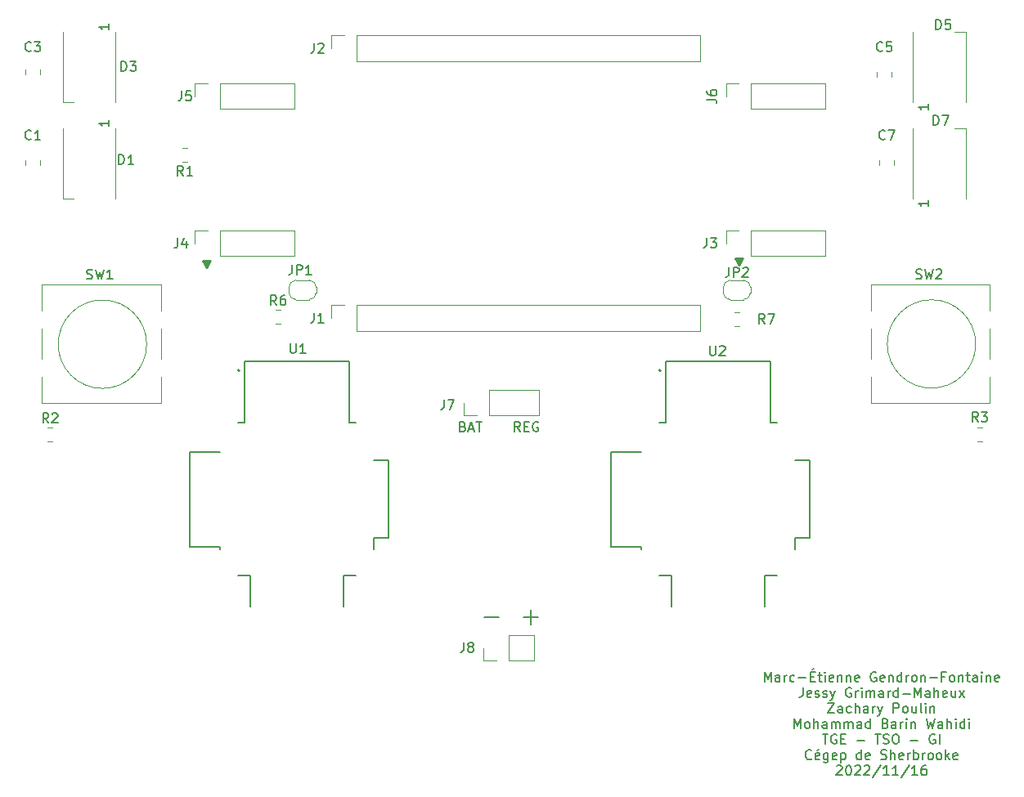
<source format=gbr>
%TF.GenerationSoftware,KiCad,Pcbnew,(6.0.1)*%
%TF.CreationDate,2022-11-16T17:15:53-05:00*%
%TF.ProjectId,Projet_Final_GI_Equipe2,50726f6a-6574-45f4-9669-6e616c5f4749,rev?*%
%TF.SameCoordinates,Original*%
%TF.FileFunction,Legend,Top*%
%TF.FilePolarity,Positive*%
%FSLAX46Y46*%
G04 Gerber Fmt 4.6, Leading zero omitted, Abs format (unit mm)*
G04 Created by KiCad (PCBNEW (6.0.1)) date 2022-11-16 17:15:53*
%MOMM*%
%LPD*%
G01*
G04 APERTURE LIST*
%ADD10C,0.150000*%
%ADD11C,0.200000*%
%ADD12C,0.120000*%
%ADD13C,0.127000*%
G04 APERTURE END LIST*
D10*
X171576952Y-79097238D02*
X171576952Y-79049619D01*
X171529333Y-79192476D02*
X171529333Y-79049619D01*
X171481714Y-79287714D02*
X171481714Y-79049619D01*
X171434095Y-79382952D02*
X171434095Y-79049619D01*
X171386476Y-79430571D02*
X171386476Y-79049619D01*
X171338857Y-79525809D02*
X171338857Y-79049619D01*
X171291238Y-79621047D02*
X171291238Y-79049619D01*
X171243619Y-79716285D02*
X171243619Y-79049619D01*
X171196000Y-79811523D02*
X171196000Y-79049619D01*
X171148380Y-79716285D02*
X171148380Y-79049619D01*
X171100761Y-79621047D02*
X171100761Y-79049619D01*
X171053142Y-79525809D02*
X171053142Y-79049619D01*
X171005523Y-79430571D02*
X171005523Y-79049619D01*
X170957904Y-79382952D02*
X170957904Y-79049619D01*
X170910285Y-79287714D02*
X170910285Y-79049619D01*
X170862666Y-79192476D02*
X170862666Y-79049619D01*
X170815047Y-79049619D02*
X171196000Y-79763904D01*
X171576952Y-79049619D01*
X170815047Y-79097238D02*
X170815047Y-79049619D01*
X171196000Y-79811523D02*
X170767428Y-79049619D01*
X171624571Y-79049619D01*
X171196000Y-79811523D01*
X116458952Y-79351238D02*
X116458952Y-79303619D01*
X116411333Y-79446476D02*
X116411333Y-79303619D01*
X116363714Y-79541714D02*
X116363714Y-79303619D01*
X116316095Y-79636952D02*
X116316095Y-79303619D01*
X116268476Y-79684571D02*
X116268476Y-79303619D01*
X116220857Y-79779809D02*
X116220857Y-79303619D01*
X116173238Y-79875047D02*
X116173238Y-79303619D01*
X116125619Y-79970285D02*
X116125619Y-79303619D01*
X116078000Y-80065523D02*
X116078000Y-79303619D01*
X116030380Y-79970285D02*
X116030380Y-79303619D01*
X115982761Y-79875047D02*
X115982761Y-79303619D01*
X115935142Y-79779809D02*
X115935142Y-79303619D01*
X115887523Y-79684571D02*
X115887523Y-79303619D01*
X115839904Y-79636952D02*
X115839904Y-79303619D01*
X115792285Y-79541714D02*
X115792285Y-79303619D01*
X115744666Y-79446476D02*
X115744666Y-79303619D01*
X115697047Y-79303619D02*
X116078000Y-80017904D01*
X116458952Y-79303619D01*
X115697047Y-79351238D02*
X115697047Y-79303619D01*
X116078000Y-80065523D02*
X115649428Y-79303619D01*
X116506571Y-79303619D01*
X116078000Y-80065523D01*
X142589714Y-96448571D02*
X142732571Y-96496190D01*
X142780190Y-96543809D01*
X142827809Y-96639047D01*
X142827809Y-96781904D01*
X142780190Y-96877142D01*
X142732571Y-96924761D01*
X142637333Y-96972380D01*
X142256380Y-96972380D01*
X142256380Y-95972380D01*
X142589714Y-95972380D01*
X142684952Y-96020000D01*
X142732571Y-96067619D01*
X142780190Y-96162857D01*
X142780190Y-96258095D01*
X142732571Y-96353333D01*
X142684952Y-96400952D01*
X142589714Y-96448571D01*
X142256380Y-96448571D01*
X143208761Y-96686666D02*
X143684952Y-96686666D01*
X143113523Y-96972380D02*
X143446857Y-95972380D01*
X143780190Y-96972380D01*
X143970666Y-95972380D02*
X144542095Y-95972380D01*
X144256380Y-96972380D02*
X144256380Y-95972380D01*
X148494476Y-96972380D02*
X148161142Y-96496190D01*
X147923047Y-96972380D02*
X147923047Y-95972380D01*
X148304000Y-95972380D01*
X148399238Y-96020000D01*
X148446857Y-96067619D01*
X148494476Y-96162857D01*
X148494476Y-96305714D01*
X148446857Y-96400952D01*
X148399238Y-96448571D01*
X148304000Y-96496190D01*
X147923047Y-96496190D01*
X148923047Y-96448571D02*
X149256380Y-96448571D01*
X149399238Y-96972380D02*
X148923047Y-96972380D01*
X148923047Y-95972380D01*
X149399238Y-95972380D01*
X150351619Y-96020000D02*
X150256380Y-95972380D01*
X150113523Y-95972380D01*
X149970666Y-96020000D01*
X149875428Y-96115238D01*
X149827809Y-96210476D01*
X149780190Y-96400952D01*
X149780190Y-96543809D01*
X149827809Y-96734285D01*
X149875428Y-96829523D01*
X149970666Y-96924761D01*
X150113523Y-96972380D01*
X150208761Y-96972380D01*
X150351619Y-96924761D01*
X150399238Y-96877142D01*
X150399238Y-96543809D01*
X150208761Y-96543809D01*
D11*
X144812095Y-116220857D02*
X146335904Y-116220857D01*
X148812095Y-116220857D02*
X150335904Y-116220857D01*
X149574000Y-116982761D02*
X149574000Y-115458952D01*
D10*
X173808952Y-122876380D02*
X173808952Y-121876380D01*
X174142285Y-122590666D01*
X174475619Y-121876380D01*
X174475619Y-122876380D01*
X175380380Y-122876380D02*
X175380380Y-122352571D01*
X175332761Y-122257333D01*
X175237523Y-122209714D01*
X175047047Y-122209714D01*
X174951809Y-122257333D01*
X175380380Y-122828761D02*
X175285142Y-122876380D01*
X175047047Y-122876380D01*
X174951809Y-122828761D01*
X174904190Y-122733523D01*
X174904190Y-122638285D01*
X174951809Y-122543047D01*
X175047047Y-122495428D01*
X175285142Y-122495428D01*
X175380380Y-122447809D01*
X175856571Y-122876380D02*
X175856571Y-122209714D01*
X175856571Y-122400190D02*
X175904190Y-122304952D01*
X175951809Y-122257333D01*
X176047047Y-122209714D01*
X176142285Y-122209714D01*
X176904190Y-122828761D02*
X176808952Y-122876380D01*
X176618476Y-122876380D01*
X176523238Y-122828761D01*
X176475619Y-122781142D01*
X176428000Y-122685904D01*
X176428000Y-122400190D01*
X176475619Y-122304952D01*
X176523238Y-122257333D01*
X176618476Y-122209714D01*
X176808952Y-122209714D01*
X176904190Y-122257333D01*
X177332761Y-122495428D02*
X178094666Y-122495428D01*
X178570857Y-122352571D02*
X178904190Y-122352571D01*
X179047047Y-122876380D02*
X178570857Y-122876380D01*
X178570857Y-121876380D01*
X179047047Y-121876380D01*
X178904190Y-121495428D02*
X178761333Y-121638285D01*
X179332761Y-122209714D02*
X179713714Y-122209714D01*
X179475619Y-121876380D02*
X179475619Y-122733523D01*
X179523238Y-122828761D01*
X179618476Y-122876380D01*
X179713714Y-122876380D01*
X180047047Y-122876380D02*
X180047047Y-122209714D01*
X180047047Y-121876380D02*
X179999428Y-121924000D01*
X180047047Y-121971619D01*
X180094666Y-121924000D01*
X180047047Y-121876380D01*
X180047047Y-121971619D01*
X180904190Y-122828761D02*
X180808952Y-122876380D01*
X180618476Y-122876380D01*
X180523238Y-122828761D01*
X180475619Y-122733523D01*
X180475619Y-122352571D01*
X180523238Y-122257333D01*
X180618476Y-122209714D01*
X180808952Y-122209714D01*
X180904190Y-122257333D01*
X180951809Y-122352571D01*
X180951809Y-122447809D01*
X180475619Y-122543047D01*
X181380380Y-122209714D02*
X181380380Y-122876380D01*
X181380380Y-122304952D02*
X181428000Y-122257333D01*
X181523238Y-122209714D01*
X181666095Y-122209714D01*
X181761333Y-122257333D01*
X181808952Y-122352571D01*
X181808952Y-122876380D01*
X182285142Y-122209714D02*
X182285142Y-122876380D01*
X182285142Y-122304952D02*
X182332761Y-122257333D01*
X182428000Y-122209714D01*
X182570857Y-122209714D01*
X182666095Y-122257333D01*
X182713714Y-122352571D01*
X182713714Y-122876380D01*
X183570857Y-122828761D02*
X183475619Y-122876380D01*
X183285142Y-122876380D01*
X183189904Y-122828761D01*
X183142285Y-122733523D01*
X183142285Y-122352571D01*
X183189904Y-122257333D01*
X183285142Y-122209714D01*
X183475619Y-122209714D01*
X183570857Y-122257333D01*
X183618476Y-122352571D01*
X183618476Y-122447809D01*
X183142285Y-122543047D01*
X185332761Y-121924000D02*
X185237523Y-121876380D01*
X185094666Y-121876380D01*
X184951809Y-121924000D01*
X184856571Y-122019238D01*
X184808952Y-122114476D01*
X184761333Y-122304952D01*
X184761333Y-122447809D01*
X184808952Y-122638285D01*
X184856571Y-122733523D01*
X184951809Y-122828761D01*
X185094666Y-122876380D01*
X185189904Y-122876380D01*
X185332761Y-122828761D01*
X185380380Y-122781142D01*
X185380380Y-122447809D01*
X185189904Y-122447809D01*
X186189904Y-122828761D02*
X186094666Y-122876380D01*
X185904190Y-122876380D01*
X185808952Y-122828761D01*
X185761333Y-122733523D01*
X185761333Y-122352571D01*
X185808952Y-122257333D01*
X185904190Y-122209714D01*
X186094666Y-122209714D01*
X186189904Y-122257333D01*
X186237523Y-122352571D01*
X186237523Y-122447809D01*
X185761333Y-122543047D01*
X186666095Y-122209714D02*
X186666095Y-122876380D01*
X186666095Y-122304952D02*
X186713714Y-122257333D01*
X186808952Y-122209714D01*
X186951809Y-122209714D01*
X187047047Y-122257333D01*
X187094666Y-122352571D01*
X187094666Y-122876380D01*
X187999428Y-122876380D02*
X187999428Y-121876380D01*
X187999428Y-122828761D02*
X187904190Y-122876380D01*
X187713714Y-122876380D01*
X187618476Y-122828761D01*
X187570857Y-122781142D01*
X187523238Y-122685904D01*
X187523238Y-122400190D01*
X187570857Y-122304952D01*
X187618476Y-122257333D01*
X187713714Y-122209714D01*
X187904190Y-122209714D01*
X187999428Y-122257333D01*
X188475619Y-122876380D02*
X188475619Y-122209714D01*
X188475619Y-122400190D02*
X188523238Y-122304952D01*
X188570857Y-122257333D01*
X188666095Y-122209714D01*
X188761333Y-122209714D01*
X189237523Y-122876380D02*
X189142285Y-122828761D01*
X189094666Y-122781142D01*
X189047047Y-122685904D01*
X189047047Y-122400190D01*
X189094666Y-122304952D01*
X189142285Y-122257333D01*
X189237523Y-122209714D01*
X189380380Y-122209714D01*
X189475619Y-122257333D01*
X189523238Y-122304952D01*
X189570857Y-122400190D01*
X189570857Y-122685904D01*
X189523238Y-122781142D01*
X189475619Y-122828761D01*
X189380380Y-122876380D01*
X189237523Y-122876380D01*
X189999428Y-122209714D02*
X189999428Y-122876380D01*
X189999428Y-122304952D02*
X190047047Y-122257333D01*
X190142285Y-122209714D01*
X190285142Y-122209714D01*
X190380380Y-122257333D01*
X190428000Y-122352571D01*
X190428000Y-122876380D01*
X190904190Y-122495428D02*
X191666095Y-122495428D01*
X192475619Y-122352571D02*
X192142285Y-122352571D01*
X192142285Y-122876380D02*
X192142285Y-121876380D01*
X192618476Y-121876380D01*
X193142285Y-122876380D02*
X193047047Y-122828761D01*
X192999428Y-122781142D01*
X192951809Y-122685904D01*
X192951809Y-122400190D01*
X192999428Y-122304952D01*
X193047047Y-122257333D01*
X193142285Y-122209714D01*
X193285142Y-122209714D01*
X193380380Y-122257333D01*
X193428000Y-122304952D01*
X193475619Y-122400190D01*
X193475619Y-122685904D01*
X193428000Y-122781142D01*
X193380380Y-122828761D01*
X193285142Y-122876380D01*
X193142285Y-122876380D01*
X193904190Y-122209714D02*
X193904190Y-122876380D01*
X193904190Y-122304952D02*
X193951809Y-122257333D01*
X194047047Y-122209714D01*
X194189904Y-122209714D01*
X194285142Y-122257333D01*
X194332761Y-122352571D01*
X194332761Y-122876380D01*
X194666095Y-122209714D02*
X195047047Y-122209714D01*
X194808952Y-121876380D02*
X194808952Y-122733523D01*
X194856571Y-122828761D01*
X194951809Y-122876380D01*
X195047047Y-122876380D01*
X195808952Y-122876380D02*
X195808952Y-122352571D01*
X195761333Y-122257333D01*
X195666095Y-122209714D01*
X195475619Y-122209714D01*
X195380380Y-122257333D01*
X195808952Y-122828761D02*
X195713714Y-122876380D01*
X195475619Y-122876380D01*
X195380380Y-122828761D01*
X195332761Y-122733523D01*
X195332761Y-122638285D01*
X195380380Y-122543047D01*
X195475619Y-122495428D01*
X195713714Y-122495428D01*
X195808952Y-122447809D01*
X196285142Y-122876380D02*
X196285142Y-122209714D01*
X196285142Y-121876380D02*
X196237523Y-121924000D01*
X196285142Y-121971619D01*
X196332761Y-121924000D01*
X196285142Y-121876380D01*
X196285142Y-121971619D01*
X196761333Y-122209714D02*
X196761333Y-122876380D01*
X196761333Y-122304952D02*
X196808952Y-122257333D01*
X196904190Y-122209714D01*
X197047047Y-122209714D01*
X197142285Y-122257333D01*
X197189904Y-122352571D01*
X197189904Y-122876380D01*
X198047047Y-122828761D02*
X197951809Y-122876380D01*
X197761333Y-122876380D01*
X197666095Y-122828761D01*
X197618476Y-122733523D01*
X197618476Y-122352571D01*
X197666095Y-122257333D01*
X197761333Y-122209714D01*
X197951809Y-122209714D01*
X198047047Y-122257333D01*
X198094666Y-122352571D01*
X198094666Y-122447809D01*
X197618476Y-122543047D01*
X177761333Y-123486380D02*
X177761333Y-124200666D01*
X177713714Y-124343523D01*
X177618476Y-124438761D01*
X177475619Y-124486380D01*
X177380380Y-124486380D01*
X178618476Y-124438761D02*
X178523238Y-124486380D01*
X178332761Y-124486380D01*
X178237523Y-124438761D01*
X178189904Y-124343523D01*
X178189904Y-123962571D01*
X178237523Y-123867333D01*
X178332761Y-123819714D01*
X178523238Y-123819714D01*
X178618476Y-123867333D01*
X178666095Y-123962571D01*
X178666095Y-124057809D01*
X178189904Y-124153047D01*
X179047047Y-124438761D02*
X179142285Y-124486380D01*
X179332761Y-124486380D01*
X179428000Y-124438761D01*
X179475619Y-124343523D01*
X179475619Y-124295904D01*
X179428000Y-124200666D01*
X179332761Y-124153047D01*
X179189904Y-124153047D01*
X179094666Y-124105428D01*
X179047047Y-124010190D01*
X179047047Y-123962571D01*
X179094666Y-123867333D01*
X179189904Y-123819714D01*
X179332761Y-123819714D01*
X179428000Y-123867333D01*
X179856571Y-124438761D02*
X179951809Y-124486380D01*
X180142285Y-124486380D01*
X180237523Y-124438761D01*
X180285142Y-124343523D01*
X180285142Y-124295904D01*
X180237523Y-124200666D01*
X180142285Y-124153047D01*
X179999428Y-124153047D01*
X179904190Y-124105428D01*
X179856571Y-124010190D01*
X179856571Y-123962571D01*
X179904190Y-123867333D01*
X179999428Y-123819714D01*
X180142285Y-123819714D01*
X180237523Y-123867333D01*
X180618476Y-123819714D02*
X180856571Y-124486380D01*
X181094666Y-123819714D02*
X180856571Y-124486380D01*
X180761333Y-124724476D01*
X180713714Y-124772095D01*
X180618476Y-124819714D01*
X182761333Y-123534000D02*
X182666095Y-123486380D01*
X182523238Y-123486380D01*
X182380380Y-123534000D01*
X182285142Y-123629238D01*
X182237523Y-123724476D01*
X182189904Y-123914952D01*
X182189904Y-124057809D01*
X182237523Y-124248285D01*
X182285142Y-124343523D01*
X182380380Y-124438761D01*
X182523238Y-124486380D01*
X182618476Y-124486380D01*
X182761333Y-124438761D01*
X182808952Y-124391142D01*
X182808952Y-124057809D01*
X182618476Y-124057809D01*
X183237523Y-124486380D02*
X183237523Y-123819714D01*
X183237523Y-124010190D02*
X183285142Y-123914952D01*
X183332761Y-123867333D01*
X183428000Y-123819714D01*
X183523238Y-123819714D01*
X183856571Y-124486380D02*
X183856571Y-123819714D01*
X183856571Y-123486380D02*
X183808952Y-123534000D01*
X183856571Y-123581619D01*
X183904190Y-123534000D01*
X183856571Y-123486380D01*
X183856571Y-123581619D01*
X184332761Y-124486380D02*
X184332761Y-123819714D01*
X184332761Y-123914952D02*
X184380380Y-123867333D01*
X184475619Y-123819714D01*
X184618476Y-123819714D01*
X184713714Y-123867333D01*
X184761333Y-123962571D01*
X184761333Y-124486380D01*
X184761333Y-123962571D02*
X184808952Y-123867333D01*
X184904190Y-123819714D01*
X185047047Y-123819714D01*
X185142285Y-123867333D01*
X185189904Y-123962571D01*
X185189904Y-124486380D01*
X186094666Y-124486380D02*
X186094666Y-123962571D01*
X186047047Y-123867333D01*
X185951809Y-123819714D01*
X185761333Y-123819714D01*
X185666095Y-123867333D01*
X186094666Y-124438761D02*
X185999428Y-124486380D01*
X185761333Y-124486380D01*
X185666095Y-124438761D01*
X185618476Y-124343523D01*
X185618476Y-124248285D01*
X185666095Y-124153047D01*
X185761333Y-124105428D01*
X185999428Y-124105428D01*
X186094666Y-124057809D01*
X186570857Y-124486380D02*
X186570857Y-123819714D01*
X186570857Y-124010190D02*
X186618476Y-123914952D01*
X186666095Y-123867333D01*
X186761333Y-123819714D01*
X186856571Y-123819714D01*
X187618476Y-124486380D02*
X187618476Y-123486380D01*
X187618476Y-124438761D02*
X187523238Y-124486380D01*
X187332761Y-124486380D01*
X187237523Y-124438761D01*
X187189904Y-124391142D01*
X187142285Y-124295904D01*
X187142285Y-124010190D01*
X187189904Y-123914952D01*
X187237523Y-123867333D01*
X187332761Y-123819714D01*
X187523238Y-123819714D01*
X187618476Y-123867333D01*
X188094666Y-124105428D02*
X188856571Y-124105428D01*
X189332761Y-124486380D02*
X189332761Y-123486380D01*
X189666095Y-124200666D01*
X189999428Y-123486380D01*
X189999428Y-124486380D01*
X190904190Y-124486380D02*
X190904190Y-123962571D01*
X190856571Y-123867333D01*
X190761333Y-123819714D01*
X190570857Y-123819714D01*
X190475619Y-123867333D01*
X190904190Y-124438761D02*
X190808952Y-124486380D01*
X190570857Y-124486380D01*
X190475619Y-124438761D01*
X190428000Y-124343523D01*
X190428000Y-124248285D01*
X190475619Y-124153047D01*
X190570857Y-124105428D01*
X190808952Y-124105428D01*
X190904190Y-124057809D01*
X191380380Y-124486380D02*
X191380380Y-123486380D01*
X191808952Y-124486380D02*
X191808952Y-123962571D01*
X191761333Y-123867333D01*
X191666095Y-123819714D01*
X191523238Y-123819714D01*
X191428000Y-123867333D01*
X191380380Y-123914952D01*
X192666095Y-124438761D02*
X192570857Y-124486380D01*
X192380380Y-124486380D01*
X192285142Y-124438761D01*
X192237523Y-124343523D01*
X192237523Y-123962571D01*
X192285142Y-123867333D01*
X192380380Y-123819714D01*
X192570857Y-123819714D01*
X192666095Y-123867333D01*
X192713714Y-123962571D01*
X192713714Y-124057809D01*
X192237523Y-124153047D01*
X193570857Y-123819714D02*
X193570857Y-124486380D01*
X193142285Y-123819714D02*
X193142285Y-124343523D01*
X193189904Y-124438761D01*
X193285142Y-124486380D01*
X193428000Y-124486380D01*
X193523238Y-124438761D01*
X193570857Y-124391142D01*
X193951809Y-124486380D02*
X194475619Y-123819714D01*
X193951809Y-123819714D02*
X194475619Y-124486380D01*
X180380380Y-125096380D02*
X181047047Y-125096380D01*
X180380380Y-126096380D01*
X181047047Y-126096380D01*
X181856571Y-126096380D02*
X181856571Y-125572571D01*
X181808952Y-125477333D01*
X181713714Y-125429714D01*
X181523238Y-125429714D01*
X181428000Y-125477333D01*
X181856571Y-126048761D02*
X181761333Y-126096380D01*
X181523238Y-126096380D01*
X181428000Y-126048761D01*
X181380380Y-125953523D01*
X181380380Y-125858285D01*
X181428000Y-125763047D01*
X181523238Y-125715428D01*
X181761333Y-125715428D01*
X181856571Y-125667809D01*
X182761333Y-126048761D02*
X182666095Y-126096380D01*
X182475619Y-126096380D01*
X182380380Y-126048761D01*
X182332761Y-126001142D01*
X182285142Y-125905904D01*
X182285142Y-125620190D01*
X182332761Y-125524952D01*
X182380380Y-125477333D01*
X182475619Y-125429714D01*
X182666095Y-125429714D01*
X182761333Y-125477333D01*
X183189904Y-126096380D02*
X183189904Y-125096380D01*
X183618476Y-126096380D02*
X183618476Y-125572571D01*
X183570857Y-125477333D01*
X183475619Y-125429714D01*
X183332761Y-125429714D01*
X183237523Y-125477333D01*
X183189904Y-125524952D01*
X184523238Y-126096380D02*
X184523238Y-125572571D01*
X184475619Y-125477333D01*
X184380380Y-125429714D01*
X184189904Y-125429714D01*
X184094666Y-125477333D01*
X184523238Y-126048761D02*
X184428000Y-126096380D01*
X184189904Y-126096380D01*
X184094666Y-126048761D01*
X184047047Y-125953523D01*
X184047047Y-125858285D01*
X184094666Y-125763047D01*
X184189904Y-125715428D01*
X184428000Y-125715428D01*
X184523238Y-125667809D01*
X184999428Y-126096380D02*
X184999428Y-125429714D01*
X184999428Y-125620190D02*
X185047047Y-125524952D01*
X185094666Y-125477333D01*
X185189904Y-125429714D01*
X185285142Y-125429714D01*
X185523238Y-125429714D02*
X185761333Y-126096380D01*
X185999428Y-125429714D02*
X185761333Y-126096380D01*
X185666095Y-126334476D01*
X185618476Y-126382095D01*
X185523238Y-126429714D01*
X187142285Y-126096380D02*
X187142285Y-125096380D01*
X187523238Y-125096380D01*
X187618476Y-125144000D01*
X187666095Y-125191619D01*
X187713714Y-125286857D01*
X187713714Y-125429714D01*
X187666095Y-125524952D01*
X187618476Y-125572571D01*
X187523238Y-125620190D01*
X187142285Y-125620190D01*
X188285142Y-126096380D02*
X188189904Y-126048761D01*
X188142285Y-126001142D01*
X188094666Y-125905904D01*
X188094666Y-125620190D01*
X188142285Y-125524952D01*
X188189904Y-125477333D01*
X188285142Y-125429714D01*
X188428000Y-125429714D01*
X188523238Y-125477333D01*
X188570857Y-125524952D01*
X188618476Y-125620190D01*
X188618476Y-125905904D01*
X188570857Y-126001142D01*
X188523238Y-126048761D01*
X188428000Y-126096380D01*
X188285142Y-126096380D01*
X189475619Y-125429714D02*
X189475619Y-126096380D01*
X189047047Y-125429714D02*
X189047047Y-125953523D01*
X189094666Y-126048761D01*
X189189904Y-126096380D01*
X189332761Y-126096380D01*
X189428000Y-126048761D01*
X189475619Y-126001142D01*
X190094666Y-126096380D02*
X189999428Y-126048761D01*
X189951809Y-125953523D01*
X189951809Y-125096380D01*
X190475619Y-126096380D02*
X190475619Y-125429714D01*
X190475619Y-125096380D02*
X190428000Y-125144000D01*
X190475619Y-125191619D01*
X190523238Y-125144000D01*
X190475619Y-125096380D01*
X190475619Y-125191619D01*
X190951809Y-125429714D02*
X190951809Y-126096380D01*
X190951809Y-125524952D02*
X190999428Y-125477333D01*
X191094666Y-125429714D01*
X191237523Y-125429714D01*
X191332761Y-125477333D01*
X191380380Y-125572571D01*
X191380380Y-126096380D01*
X176880380Y-127706380D02*
X176880380Y-126706380D01*
X177213714Y-127420666D01*
X177547047Y-126706380D01*
X177547047Y-127706380D01*
X178166095Y-127706380D02*
X178070857Y-127658761D01*
X178023238Y-127611142D01*
X177975619Y-127515904D01*
X177975619Y-127230190D01*
X178023238Y-127134952D01*
X178070857Y-127087333D01*
X178166095Y-127039714D01*
X178308952Y-127039714D01*
X178404190Y-127087333D01*
X178451809Y-127134952D01*
X178499428Y-127230190D01*
X178499428Y-127515904D01*
X178451809Y-127611142D01*
X178404190Y-127658761D01*
X178308952Y-127706380D01*
X178166095Y-127706380D01*
X178928000Y-127706380D02*
X178928000Y-126706380D01*
X179356571Y-127706380D02*
X179356571Y-127182571D01*
X179308952Y-127087333D01*
X179213714Y-127039714D01*
X179070857Y-127039714D01*
X178975619Y-127087333D01*
X178928000Y-127134952D01*
X180261333Y-127706380D02*
X180261333Y-127182571D01*
X180213714Y-127087333D01*
X180118476Y-127039714D01*
X179928000Y-127039714D01*
X179832761Y-127087333D01*
X180261333Y-127658761D02*
X180166095Y-127706380D01*
X179928000Y-127706380D01*
X179832761Y-127658761D01*
X179785142Y-127563523D01*
X179785142Y-127468285D01*
X179832761Y-127373047D01*
X179928000Y-127325428D01*
X180166095Y-127325428D01*
X180261333Y-127277809D01*
X180737523Y-127706380D02*
X180737523Y-127039714D01*
X180737523Y-127134952D02*
X180785142Y-127087333D01*
X180880380Y-127039714D01*
X181023238Y-127039714D01*
X181118476Y-127087333D01*
X181166095Y-127182571D01*
X181166095Y-127706380D01*
X181166095Y-127182571D02*
X181213714Y-127087333D01*
X181308952Y-127039714D01*
X181451809Y-127039714D01*
X181547047Y-127087333D01*
X181594666Y-127182571D01*
X181594666Y-127706380D01*
X182070857Y-127706380D02*
X182070857Y-127039714D01*
X182070857Y-127134952D02*
X182118476Y-127087333D01*
X182213714Y-127039714D01*
X182356571Y-127039714D01*
X182451809Y-127087333D01*
X182499428Y-127182571D01*
X182499428Y-127706380D01*
X182499428Y-127182571D02*
X182547047Y-127087333D01*
X182642285Y-127039714D01*
X182785142Y-127039714D01*
X182880380Y-127087333D01*
X182928000Y-127182571D01*
X182928000Y-127706380D01*
X183832761Y-127706380D02*
X183832761Y-127182571D01*
X183785142Y-127087333D01*
X183689904Y-127039714D01*
X183499428Y-127039714D01*
X183404190Y-127087333D01*
X183832761Y-127658761D02*
X183737523Y-127706380D01*
X183499428Y-127706380D01*
X183404190Y-127658761D01*
X183356571Y-127563523D01*
X183356571Y-127468285D01*
X183404190Y-127373047D01*
X183499428Y-127325428D01*
X183737523Y-127325428D01*
X183832761Y-127277809D01*
X184737523Y-127706380D02*
X184737523Y-126706380D01*
X184737523Y-127658761D02*
X184642285Y-127706380D01*
X184451809Y-127706380D01*
X184356571Y-127658761D01*
X184308952Y-127611142D01*
X184261333Y-127515904D01*
X184261333Y-127230190D01*
X184308952Y-127134952D01*
X184356571Y-127087333D01*
X184451809Y-127039714D01*
X184642285Y-127039714D01*
X184737523Y-127087333D01*
X186308952Y-127182571D02*
X186451809Y-127230190D01*
X186499428Y-127277809D01*
X186547047Y-127373047D01*
X186547047Y-127515904D01*
X186499428Y-127611142D01*
X186451809Y-127658761D01*
X186356571Y-127706380D01*
X185975619Y-127706380D01*
X185975619Y-126706380D01*
X186308952Y-126706380D01*
X186404190Y-126754000D01*
X186451809Y-126801619D01*
X186499428Y-126896857D01*
X186499428Y-126992095D01*
X186451809Y-127087333D01*
X186404190Y-127134952D01*
X186308952Y-127182571D01*
X185975619Y-127182571D01*
X187404190Y-127706380D02*
X187404190Y-127182571D01*
X187356571Y-127087333D01*
X187261333Y-127039714D01*
X187070857Y-127039714D01*
X186975619Y-127087333D01*
X187404190Y-127658761D02*
X187308952Y-127706380D01*
X187070857Y-127706380D01*
X186975619Y-127658761D01*
X186928000Y-127563523D01*
X186928000Y-127468285D01*
X186975619Y-127373047D01*
X187070857Y-127325428D01*
X187308952Y-127325428D01*
X187404190Y-127277809D01*
X187880380Y-127706380D02*
X187880380Y-127039714D01*
X187880380Y-127230190D02*
X187928000Y-127134952D01*
X187975619Y-127087333D01*
X188070857Y-127039714D01*
X188166095Y-127039714D01*
X188499428Y-127706380D02*
X188499428Y-127039714D01*
X188499428Y-126706380D02*
X188451809Y-126754000D01*
X188499428Y-126801619D01*
X188547047Y-126754000D01*
X188499428Y-126706380D01*
X188499428Y-126801619D01*
X188975619Y-127039714D02*
X188975619Y-127706380D01*
X188975619Y-127134952D02*
X189023238Y-127087333D01*
X189118476Y-127039714D01*
X189261333Y-127039714D01*
X189356571Y-127087333D01*
X189404190Y-127182571D01*
X189404190Y-127706380D01*
X190547047Y-126706380D02*
X190785142Y-127706380D01*
X190975619Y-126992095D01*
X191166095Y-127706380D01*
X191404190Y-126706380D01*
X192213714Y-127706380D02*
X192213714Y-127182571D01*
X192166095Y-127087333D01*
X192070857Y-127039714D01*
X191880380Y-127039714D01*
X191785142Y-127087333D01*
X192213714Y-127658761D02*
X192118476Y-127706380D01*
X191880380Y-127706380D01*
X191785142Y-127658761D01*
X191737523Y-127563523D01*
X191737523Y-127468285D01*
X191785142Y-127373047D01*
X191880380Y-127325428D01*
X192118476Y-127325428D01*
X192213714Y-127277809D01*
X192689904Y-127706380D02*
X192689904Y-126706380D01*
X193118476Y-127706380D02*
X193118476Y-127182571D01*
X193070857Y-127087333D01*
X192975619Y-127039714D01*
X192832761Y-127039714D01*
X192737523Y-127087333D01*
X192689904Y-127134952D01*
X193594666Y-127706380D02*
X193594666Y-127039714D01*
X193594666Y-126706380D02*
X193547047Y-126754000D01*
X193594666Y-126801619D01*
X193642285Y-126754000D01*
X193594666Y-126706380D01*
X193594666Y-126801619D01*
X194499428Y-127706380D02*
X194499428Y-126706380D01*
X194499428Y-127658761D02*
X194404190Y-127706380D01*
X194213714Y-127706380D01*
X194118476Y-127658761D01*
X194070857Y-127611142D01*
X194023238Y-127515904D01*
X194023238Y-127230190D01*
X194070857Y-127134952D01*
X194118476Y-127087333D01*
X194213714Y-127039714D01*
X194404190Y-127039714D01*
X194499428Y-127087333D01*
X194975619Y-127706380D02*
X194975619Y-127039714D01*
X194975619Y-126706380D02*
X194928000Y-126754000D01*
X194975619Y-126801619D01*
X195023238Y-126754000D01*
X194975619Y-126706380D01*
X194975619Y-126801619D01*
X179808952Y-128316380D02*
X180380380Y-128316380D01*
X180094666Y-129316380D02*
X180094666Y-128316380D01*
X181237523Y-128364000D02*
X181142285Y-128316380D01*
X180999428Y-128316380D01*
X180856571Y-128364000D01*
X180761333Y-128459238D01*
X180713714Y-128554476D01*
X180666095Y-128744952D01*
X180666095Y-128887809D01*
X180713714Y-129078285D01*
X180761333Y-129173523D01*
X180856571Y-129268761D01*
X180999428Y-129316380D01*
X181094666Y-129316380D01*
X181237523Y-129268761D01*
X181285142Y-129221142D01*
X181285142Y-128887809D01*
X181094666Y-128887809D01*
X181713714Y-128792571D02*
X182047047Y-128792571D01*
X182189904Y-129316380D02*
X181713714Y-129316380D01*
X181713714Y-128316380D01*
X182189904Y-128316380D01*
X183380380Y-128935428D02*
X184142285Y-128935428D01*
X185237523Y-128316380D02*
X185808952Y-128316380D01*
X185523238Y-129316380D02*
X185523238Y-128316380D01*
X186094666Y-129268761D02*
X186237523Y-129316380D01*
X186475619Y-129316380D01*
X186570857Y-129268761D01*
X186618476Y-129221142D01*
X186666095Y-129125904D01*
X186666095Y-129030666D01*
X186618476Y-128935428D01*
X186570857Y-128887809D01*
X186475619Y-128840190D01*
X186285142Y-128792571D01*
X186189904Y-128744952D01*
X186142285Y-128697333D01*
X186094666Y-128602095D01*
X186094666Y-128506857D01*
X186142285Y-128411619D01*
X186189904Y-128364000D01*
X186285142Y-128316380D01*
X186523238Y-128316380D01*
X186666095Y-128364000D01*
X187285142Y-128316380D02*
X187475619Y-128316380D01*
X187570857Y-128364000D01*
X187666095Y-128459238D01*
X187713714Y-128649714D01*
X187713714Y-128983047D01*
X187666095Y-129173523D01*
X187570857Y-129268761D01*
X187475619Y-129316380D01*
X187285142Y-129316380D01*
X187189904Y-129268761D01*
X187094666Y-129173523D01*
X187047047Y-128983047D01*
X187047047Y-128649714D01*
X187094666Y-128459238D01*
X187189904Y-128364000D01*
X187285142Y-128316380D01*
X188904190Y-128935428D02*
X189666095Y-128935428D01*
X191428000Y-128364000D02*
X191332761Y-128316380D01*
X191189904Y-128316380D01*
X191047047Y-128364000D01*
X190951809Y-128459238D01*
X190904190Y-128554476D01*
X190856571Y-128744952D01*
X190856571Y-128887809D01*
X190904190Y-129078285D01*
X190951809Y-129173523D01*
X191047047Y-129268761D01*
X191189904Y-129316380D01*
X191285142Y-129316380D01*
X191428000Y-129268761D01*
X191475619Y-129221142D01*
X191475619Y-128887809D01*
X191285142Y-128887809D01*
X191904190Y-129316380D02*
X191904190Y-128316380D01*
X178666095Y-130831142D02*
X178618476Y-130878761D01*
X178475619Y-130926380D01*
X178380380Y-130926380D01*
X178237523Y-130878761D01*
X178142285Y-130783523D01*
X178094666Y-130688285D01*
X178047047Y-130497809D01*
X178047047Y-130354952D01*
X178094666Y-130164476D01*
X178142285Y-130069238D01*
X178237523Y-129974000D01*
X178380380Y-129926380D01*
X178475619Y-129926380D01*
X178618476Y-129974000D01*
X178666095Y-130021619D01*
X179475619Y-130878761D02*
X179380380Y-130926380D01*
X179189904Y-130926380D01*
X179094666Y-130878761D01*
X179047047Y-130783523D01*
X179047047Y-130402571D01*
X179094666Y-130307333D01*
X179189904Y-130259714D01*
X179380380Y-130259714D01*
X179475619Y-130307333D01*
X179523238Y-130402571D01*
X179523238Y-130497809D01*
X179047047Y-130593047D01*
X179380380Y-129878761D02*
X179237523Y-130021619D01*
X180380380Y-130259714D02*
X180380380Y-131069238D01*
X180332761Y-131164476D01*
X180285142Y-131212095D01*
X180189904Y-131259714D01*
X180047047Y-131259714D01*
X179951809Y-131212095D01*
X180380380Y-130878761D02*
X180285142Y-130926380D01*
X180094666Y-130926380D01*
X179999428Y-130878761D01*
X179951809Y-130831142D01*
X179904190Y-130735904D01*
X179904190Y-130450190D01*
X179951809Y-130354952D01*
X179999428Y-130307333D01*
X180094666Y-130259714D01*
X180285142Y-130259714D01*
X180380380Y-130307333D01*
X181237523Y-130878761D02*
X181142285Y-130926380D01*
X180951809Y-130926380D01*
X180856571Y-130878761D01*
X180808952Y-130783523D01*
X180808952Y-130402571D01*
X180856571Y-130307333D01*
X180951809Y-130259714D01*
X181142285Y-130259714D01*
X181237523Y-130307333D01*
X181285142Y-130402571D01*
X181285142Y-130497809D01*
X180808952Y-130593047D01*
X181713714Y-130259714D02*
X181713714Y-131259714D01*
X181713714Y-130307333D02*
X181808952Y-130259714D01*
X181999428Y-130259714D01*
X182094666Y-130307333D01*
X182142285Y-130354952D01*
X182189904Y-130450190D01*
X182189904Y-130735904D01*
X182142285Y-130831142D01*
X182094666Y-130878761D01*
X181999428Y-130926380D01*
X181808952Y-130926380D01*
X181713714Y-130878761D01*
X183808952Y-130926380D02*
X183808952Y-129926380D01*
X183808952Y-130878761D02*
X183713714Y-130926380D01*
X183523238Y-130926380D01*
X183428000Y-130878761D01*
X183380380Y-130831142D01*
X183332761Y-130735904D01*
X183332761Y-130450190D01*
X183380380Y-130354952D01*
X183428000Y-130307333D01*
X183523238Y-130259714D01*
X183713714Y-130259714D01*
X183808952Y-130307333D01*
X184666095Y-130878761D02*
X184570857Y-130926380D01*
X184380380Y-130926380D01*
X184285142Y-130878761D01*
X184237523Y-130783523D01*
X184237523Y-130402571D01*
X184285142Y-130307333D01*
X184380380Y-130259714D01*
X184570857Y-130259714D01*
X184666095Y-130307333D01*
X184713714Y-130402571D01*
X184713714Y-130497809D01*
X184237523Y-130593047D01*
X185856571Y-130878761D02*
X185999428Y-130926380D01*
X186237523Y-130926380D01*
X186332761Y-130878761D01*
X186380380Y-130831142D01*
X186428000Y-130735904D01*
X186428000Y-130640666D01*
X186380380Y-130545428D01*
X186332761Y-130497809D01*
X186237523Y-130450190D01*
X186047047Y-130402571D01*
X185951809Y-130354952D01*
X185904190Y-130307333D01*
X185856571Y-130212095D01*
X185856571Y-130116857D01*
X185904190Y-130021619D01*
X185951809Y-129974000D01*
X186047047Y-129926380D01*
X186285142Y-129926380D01*
X186428000Y-129974000D01*
X186856571Y-130926380D02*
X186856571Y-129926380D01*
X187285142Y-130926380D02*
X187285142Y-130402571D01*
X187237523Y-130307333D01*
X187142285Y-130259714D01*
X186999428Y-130259714D01*
X186904190Y-130307333D01*
X186856571Y-130354952D01*
X188142285Y-130878761D02*
X188047047Y-130926380D01*
X187856571Y-130926380D01*
X187761333Y-130878761D01*
X187713714Y-130783523D01*
X187713714Y-130402571D01*
X187761333Y-130307333D01*
X187856571Y-130259714D01*
X188047047Y-130259714D01*
X188142285Y-130307333D01*
X188189904Y-130402571D01*
X188189904Y-130497809D01*
X187713714Y-130593047D01*
X188618476Y-130926380D02*
X188618476Y-130259714D01*
X188618476Y-130450190D02*
X188666095Y-130354952D01*
X188713714Y-130307333D01*
X188808952Y-130259714D01*
X188904190Y-130259714D01*
X189237523Y-130926380D02*
X189237523Y-129926380D01*
X189237523Y-130307333D02*
X189332761Y-130259714D01*
X189523238Y-130259714D01*
X189618476Y-130307333D01*
X189666095Y-130354952D01*
X189713714Y-130450190D01*
X189713714Y-130735904D01*
X189666095Y-130831142D01*
X189618476Y-130878761D01*
X189523238Y-130926380D01*
X189332761Y-130926380D01*
X189237523Y-130878761D01*
X190142285Y-130926380D02*
X190142285Y-130259714D01*
X190142285Y-130450190D02*
X190189904Y-130354952D01*
X190237523Y-130307333D01*
X190332761Y-130259714D01*
X190428000Y-130259714D01*
X190904190Y-130926380D02*
X190808952Y-130878761D01*
X190761333Y-130831142D01*
X190713714Y-130735904D01*
X190713714Y-130450190D01*
X190761333Y-130354952D01*
X190808952Y-130307333D01*
X190904190Y-130259714D01*
X191047047Y-130259714D01*
X191142285Y-130307333D01*
X191189904Y-130354952D01*
X191237523Y-130450190D01*
X191237523Y-130735904D01*
X191189904Y-130831142D01*
X191142285Y-130878761D01*
X191047047Y-130926380D01*
X190904190Y-130926380D01*
X191808952Y-130926380D02*
X191713714Y-130878761D01*
X191666095Y-130831142D01*
X191618476Y-130735904D01*
X191618476Y-130450190D01*
X191666095Y-130354952D01*
X191713714Y-130307333D01*
X191808952Y-130259714D01*
X191951809Y-130259714D01*
X192047047Y-130307333D01*
X192094666Y-130354952D01*
X192142285Y-130450190D01*
X192142285Y-130735904D01*
X192094666Y-130831142D01*
X192047047Y-130878761D01*
X191951809Y-130926380D01*
X191808952Y-130926380D01*
X192570857Y-130926380D02*
X192570857Y-129926380D01*
X192666095Y-130545428D02*
X192951809Y-130926380D01*
X192951809Y-130259714D02*
X192570857Y-130640666D01*
X193761333Y-130878761D02*
X193666095Y-130926380D01*
X193475619Y-130926380D01*
X193380380Y-130878761D01*
X193332761Y-130783523D01*
X193332761Y-130402571D01*
X193380380Y-130307333D01*
X193475619Y-130259714D01*
X193666095Y-130259714D01*
X193761333Y-130307333D01*
X193808952Y-130402571D01*
X193808952Y-130497809D01*
X193332761Y-130593047D01*
X181261333Y-131631619D02*
X181308952Y-131584000D01*
X181404190Y-131536380D01*
X181642285Y-131536380D01*
X181737523Y-131584000D01*
X181785142Y-131631619D01*
X181832761Y-131726857D01*
X181832761Y-131822095D01*
X181785142Y-131964952D01*
X181213714Y-132536380D01*
X181832761Y-132536380D01*
X182451809Y-131536380D02*
X182547047Y-131536380D01*
X182642285Y-131584000D01*
X182689904Y-131631619D01*
X182737523Y-131726857D01*
X182785142Y-131917333D01*
X182785142Y-132155428D01*
X182737523Y-132345904D01*
X182689904Y-132441142D01*
X182642285Y-132488761D01*
X182547047Y-132536380D01*
X182451809Y-132536380D01*
X182356571Y-132488761D01*
X182308952Y-132441142D01*
X182261333Y-132345904D01*
X182213714Y-132155428D01*
X182213714Y-131917333D01*
X182261333Y-131726857D01*
X182308952Y-131631619D01*
X182356571Y-131584000D01*
X182451809Y-131536380D01*
X183166095Y-131631619D02*
X183213714Y-131584000D01*
X183308952Y-131536380D01*
X183547047Y-131536380D01*
X183642285Y-131584000D01*
X183689904Y-131631619D01*
X183737523Y-131726857D01*
X183737523Y-131822095D01*
X183689904Y-131964952D01*
X183118476Y-132536380D01*
X183737523Y-132536380D01*
X184118476Y-131631619D02*
X184166095Y-131584000D01*
X184261333Y-131536380D01*
X184499428Y-131536380D01*
X184594666Y-131584000D01*
X184642285Y-131631619D01*
X184689904Y-131726857D01*
X184689904Y-131822095D01*
X184642285Y-131964952D01*
X184070857Y-132536380D01*
X184689904Y-132536380D01*
X185832761Y-131488761D02*
X184975619Y-132774476D01*
X186689904Y-132536380D02*
X186118476Y-132536380D01*
X186404190Y-132536380D02*
X186404190Y-131536380D01*
X186308952Y-131679238D01*
X186213714Y-131774476D01*
X186118476Y-131822095D01*
X187642285Y-132536380D02*
X187070857Y-132536380D01*
X187356571Y-132536380D02*
X187356571Y-131536380D01*
X187261333Y-131679238D01*
X187166095Y-131774476D01*
X187070857Y-131822095D01*
X188785142Y-131488761D02*
X187928000Y-132774476D01*
X189642285Y-132536380D02*
X189070857Y-132536380D01*
X189356571Y-132536380D02*
X189356571Y-131536380D01*
X189261333Y-131679238D01*
X189166095Y-131774476D01*
X189070857Y-131822095D01*
X190499428Y-131536380D02*
X190308952Y-131536380D01*
X190213714Y-131584000D01*
X190166095Y-131631619D01*
X190070857Y-131774476D01*
X190023238Y-131964952D01*
X190023238Y-132345904D01*
X190070857Y-132441142D01*
X190118476Y-132488761D01*
X190213714Y-132536380D01*
X190404190Y-132536380D01*
X190499428Y-132488761D01*
X190547047Y-132441142D01*
X190594666Y-132345904D01*
X190594666Y-132107809D01*
X190547047Y-132012571D01*
X190499428Y-131964952D01*
X190404190Y-131917333D01*
X190213714Y-131917333D01*
X190118476Y-131964952D01*
X190070857Y-132012571D01*
X190023238Y-132107809D01*
%TO.C,J1*%
X127171666Y-84667380D02*
X127171666Y-85381666D01*
X127124047Y-85524523D01*
X127028809Y-85619761D01*
X126885952Y-85667380D01*
X126790714Y-85667380D01*
X128171666Y-85667380D02*
X127600238Y-85667380D01*
X127885952Y-85667380D02*
X127885952Y-84667380D01*
X127790714Y-84810238D01*
X127695476Y-84905476D01*
X127600238Y-84953095D01*
%TO.C,JP2*%
X170108666Y-79948380D02*
X170108666Y-80662666D01*
X170061047Y-80805523D01*
X169965809Y-80900761D01*
X169822952Y-80948380D01*
X169727714Y-80948380D01*
X170584857Y-80948380D02*
X170584857Y-79948380D01*
X170965809Y-79948380D01*
X171061047Y-79996000D01*
X171108666Y-80043619D01*
X171156285Y-80138857D01*
X171156285Y-80281714D01*
X171108666Y-80376952D01*
X171061047Y-80424571D01*
X170965809Y-80472190D01*
X170584857Y-80472190D01*
X171537238Y-80043619D02*
X171584857Y-79996000D01*
X171680095Y-79948380D01*
X171918190Y-79948380D01*
X172013428Y-79996000D01*
X172061047Y-80043619D01*
X172108666Y-80138857D01*
X172108666Y-80234095D01*
X172061047Y-80376952D01*
X171489619Y-80948380D01*
X172108666Y-80948380D01*
%TO.C,JP1*%
X124896666Y-79716380D02*
X124896666Y-80430666D01*
X124849047Y-80573523D01*
X124753809Y-80668761D01*
X124610952Y-80716380D01*
X124515714Y-80716380D01*
X125372857Y-80716380D02*
X125372857Y-79716380D01*
X125753809Y-79716380D01*
X125849047Y-79764000D01*
X125896666Y-79811619D01*
X125944285Y-79906857D01*
X125944285Y-80049714D01*
X125896666Y-80144952D01*
X125849047Y-80192571D01*
X125753809Y-80240190D01*
X125372857Y-80240190D01*
X126896666Y-80716380D02*
X126325238Y-80716380D01*
X126610952Y-80716380D02*
X126610952Y-79716380D01*
X126515714Y-79859238D01*
X126420476Y-79954476D01*
X126325238Y-80002095D01*
%TO.C,J8*%
X142668666Y-118832380D02*
X142668666Y-119546666D01*
X142621047Y-119689523D01*
X142525809Y-119784761D01*
X142382952Y-119832380D01*
X142287714Y-119832380D01*
X143287714Y-119260952D02*
X143192476Y-119213333D01*
X143144857Y-119165714D01*
X143097238Y-119070476D01*
X143097238Y-119022857D01*
X143144857Y-118927619D01*
X143192476Y-118880000D01*
X143287714Y-118832380D01*
X143478190Y-118832380D01*
X143573428Y-118880000D01*
X143621047Y-118927619D01*
X143668666Y-119022857D01*
X143668666Y-119070476D01*
X143621047Y-119165714D01*
X143573428Y-119213333D01*
X143478190Y-119260952D01*
X143287714Y-119260952D01*
X143192476Y-119308571D01*
X143144857Y-119356190D01*
X143097238Y-119451428D01*
X143097238Y-119641904D01*
X143144857Y-119737142D01*
X143192476Y-119784761D01*
X143287714Y-119832380D01*
X143478190Y-119832380D01*
X143573428Y-119784761D01*
X143621047Y-119737142D01*
X143668666Y-119641904D01*
X143668666Y-119451428D01*
X143621047Y-119356190D01*
X143573428Y-119308571D01*
X143478190Y-119260952D01*
%TO.C,J7*%
X140636666Y-93686380D02*
X140636666Y-94400666D01*
X140589047Y-94543523D01*
X140493809Y-94638761D01*
X140350952Y-94686380D01*
X140255714Y-94686380D01*
X141017619Y-93686380D02*
X141684285Y-93686380D01*
X141255714Y-94686380D01*
%TO.C,U2*%
X168148095Y-88098380D02*
X168148095Y-88907904D01*
X168195714Y-89003142D01*
X168243333Y-89050761D01*
X168338571Y-89098380D01*
X168529047Y-89098380D01*
X168624285Y-89050761D01*
X168671904Y-89003142D01*
X168719523Y-88907904D01*
X168719523Y-88098380D01*
X169148095Y-88193619D02*
X169195714Y-88146000D01*
X169290952Y-88098380D01*
X169529047Y-88098380D01*
X169624285Y-88146000D01*
X169671904Y-88193619D01*
X169719523Y-88288857D01*
X169719523Y-88384095D01*
X169671904Y-88526952D01*
X169100476Y-89098380D01*
X169719523Y-89098380D01*
%TO.C,U1*%
X124714095Y-87844380D02*
X124714095Y-88653904D01*
X124761714Y-88749142D01*
X124809333Y-88796761D01*
X124904571Y-88844380D01*
X125095047Y-88844380D01*
X125190285Y-88796761D01*
X125237904Y-88749142D01*
X125285523Y-88653904D01*
X125285523Y-87844380D01*
X126285523Y-88844380D02*
X125714095Y-88844380D01*
X125999809Y-88844380D02*
X125999809Y-87844380D01*
X125904571Y-87987238D01*
X125809333Y-88082476D01*
X125714095Y-88130095D01*
%TO.C,D7*%
X191285904Y-65222380D02*
X191285904Y-64222380D01*
X191524000Y-64222380D01*
X191666857Y-64270000D01*
X191762095Y-64365238D01*
X191809714Y-64460476D01*
X191857333Y-64650952D01*
X191857333Y-64793809D01*
X191809714Y-64984285D01*
X191762095Y-65079523D01*
X191666857Y-65174761D01*
X191524000Y-65222380D01*
X191285904Y-65222380D01*
X192190666Y-64222380D02*
X192857333Y-64222380D01*
X192428761Y-65222380D01*
X190738380Y-73046285D02*
X190738380Y-73617714D01*
X190738380Y-73332000D02*
X189738380Y-73332000D01*
X189881238Y-73427238D01*
X189976476Y-73522476D01*
X190024095Y-73617714D01*
%TO.C,R3*%
X195899833Y-95956380D02*
X195566500Y-95480190D01*
X195328404Y-95956380D02*
X195328404Y-94956380D01*
X195709357Y-94956380D01*
X195804595Y-95004000D01*
X195852214Y-95051619D01*
X195899833Y-95146857D01*
X195899833Y-95289714D01*
X195852214Y-95384952D01*
X195804595Y-95432571D01*
X195709357Y-95480190D01*
X195328404Y-95480190D01*
X196233166Y-94956380D02*
X196852214Y-94956380D01*
X196518880Y-95337333D01*
X196661738Y-95337333D01*
X196756976Y-95384952D01*
X196804595Y-95432571D01*
X196852214Y-95527809D01*
X196852214Y-95765904D01*
X196804595Y-95861142D01*
X196756976Y-95908761D01*
X196661738Y-95956380D01*
X196376023Y-95956380D01*
X196280785Y-95908761D01*
X196233166Y-95861142D01*
%TO.C,C1*%
X97877333Y-66651142D02*
X97829714Y-66698761D01*
X97686857Y-66746380D01*
X97591619Y-66746380D01*
X97448761Y-66698761D01*
X97353523Y-66603523D01*
X97305904Y-66508285D01*
X97258285Y-66317809D01*
X97258285Y-66174952D01*
X97305904Y-65984476D01*
X97353523Y-65889238D01*
X97448761Y-65794000D01*
X97591619Y-65746380D01*
X97686857Y-65746380D01*
X97829714Y-65794000D01*
X97877333Y-65841619D01*
X98829714Y-66746380D02*
X98258285Y-66746380D01*
X98544000Y-66746380D02*
X98544000Y-65746380D01*
X98448761Y-65889238D01*
X98353523Y-65984476D01*
X98258285Y-66032095D01*
%TO.C,C3*%
X97877333Y-57507142D02*
X97829714Y-57554761D01*
X97686857Y-57602380D01*
X97591619Y-57602380D01*
X97448761Y-57554761D01*
X97353523Y-57459523D01*
X97305904Y-57364285D01*
X97258285Y-57173809D01*
X97258285Y-57030952D01*
X97305904Y-56840476D01*
X97353523Y-56745238D01*
X97448761Y-56650000D01*
X97591619Y-56602380D01*
X97686857Y-56602380D01*
X97829714Y-56650000D01*
X97877333Y-56697619D01*
X98210666Y-56602380D02*
X98829714Y-56602380D01*
X98496380Y-56983333D01*
X98639238Y-56983333D01*
X98734476Y-57030952D01*
X98782095Y-57078571D01*
X98829714Y-57173809D01*
X98829714Y-57411904D01*
X98782095Y-57507142D01*
X98734476Y-57554761D01*
X98639238Y-57602380D01*
X98353523Y-57602380D01*
X98258285Y-57554761D01*
X98210666Y-57507142D01*
%TO.C,R1*%
X113625333Y-70458380D02*
X113292000Y-69982190D01*
X113053904Y-70458380D02*
X113053904Y-69458380D01*
X113434857Y-69458380D01*
X113530095Y-69506000D01*
X113577714Y-69553619D01*
X113625333Y-69648857D01*
X113625333Y-69791714D01*
X113577714Y-69886952D01*
X113530095Y-69934571D01*
X113434857Y-69982190D01*
X113053904Y-69982190D01*
X114577714Y-70458380D02*
X114006285Y-70458380D01*
X114292000Y-70458380D02*
X114292000Y-69458380D01*
X114196761Y-69601238D01*
X114101523Y-69696476D01*
X114006285Y-69744095D01*
%TO.C,R6*%
X123277333Y-83862380D02*
X122944000Y-83386190D01*
X122705904Y-83862380D02*
X122705904Y-82862380D01*
X123086857Y-82862380D01*
X123182095Y-82910000D01*
X123229714Y-82957619D01*
X123277333Y-83052857D01*
X123277333Y-83195714D01*
X123229714Y-83290952D01*
X123182095Y-83338571D01*
X123086857Y-83386190D01*
X122705904Y-83386190D01*
X124134476Y-82862380D02*
X123944000Y-82862380D01*
X123848761Y-82910000D01*
X123801142Y-82957619D01*
X123705904Y-83100476D01*
X123658285Y-83290952D01*
X123658285Y-83671904D01*
X123705904Y-83767142D01*
X123753523Y-83814761D01*
X123848761Y-83862380D01*
X124039238Y-83862380D01*
X124134476Y-83814761D01*
X124182095Y-83767142D01*
X124229714Y-83671904D01*
X124229714Y-83433809D01*
X124182095Y-83338571D01*
X124134476Y-83290952D01*
X124039238Y-83243333D01*
X123848761Y-83243333D01*
X123753523Y-83290952D01*
X123705904Y-83338571D01*
X123658285Y-83433809D01*
%TO.C,J2*%
X127171666Y-56727380D02*
X127171666Y-57441666D01*
X127124047Y-57584523D01*
X127028809Y-57679761D01*
X126885952Y-57727380D01*
X126790714Y-57727380D01*
X127600238Y-56822619D02*
X127647857Y-56775000D01*
X127743095Y-56727380D01*
X127981190Y-56727380D01*
X128076428Y-56775000D01*
X128124047Y-56822619D01*
X128171666Y-56917857D01*
X128171666Y-57013095D01*
X128124047Y-57155952D01*
X127552619Y-57727380D01*
X128171666Y-57727380D01*
%TO.C,D5*%
X191539904Y-55316380D02*
X191539904Y-54316380D01*
X191778000Y-54316380D01*
X191920857Y-54364000D01*
X192016095Y-54459238D01*
X192063714Y-54554476D01*
X192111333Y-54744952D01*
X192111333Y-54887809D01*
X192063714Y-55078285D01*
X192016095Y-55173523D01*
X191920857Y-55268761D01*
X191778000Y-55316380D01*
X191539904Y-55316380D01*
X193016095Y-54316380D02*
X192539904Y-54316380D01*
X192492285Y-54792571D01*
X192539904Y-54744952D01*
X192635142Y-54697333D01*
X192873238Y-54697333D01*
X192968476Y-54744952D01*
X193016095Y-54792571D01*
X193063714Y-54887809D01*
X193063714Y-55125904D01*
X193016095Y-55221142D01*
X192968476Y-55268761D01*
X192873238Y-55316380D01*
X192635142Y-55316380D01*
X192539904Y-55268761D01*
X192492285Y-55221142D01*
X190738380Y-63046285D02*
X190738380Y-63617714D01*
X190738380Y-63332000D02*
X189738380Y-63332000D01*
X189881238Y-63427238D01*
X189976476Y-63522476D01*
X190024095Y-63617714D01*
%TO.C,J3*%
X167814666Y-76922380D02*
X167814666Y-77636666D01*
X167767047Y-77779523D01*
X167671809Y-77874761D01*
X167528952Y-77922380D01*
X167433714Y-77922380D01*
X168195619Y-76922380D02*
X168814666Y-76922380D01*
X168481333Y-77303333D01*
X168624190Y-77303333D01*
X168719428Y-77350952D01*
X168767047Y-77398571D01*
X168814666Y-77493809D01*
X168814666Y-77731904D01*
X168767047Y-77827142D01*
X168719428Y-77874761D01*
X168624190Y-77922380D01*
X168338476Y-77922380D01*
X168243238Y-77874761D01*
X168195619Y-77827142D01*
%TO.C,SW2*%
X189481666Y-81094761D02*
X189624523Y-81142380D01*
X189862619Y-81142380D01*
X189957857Y-81094761D01*
X190005476Y-81047142D01*
X190053095Y-80951904D01*
X190053095Y-80856666D01*
X190005476Y-80761428D01*
X189957857Y-80713809D01*
X189862619Y-80666190D01*
X189672142Y-80618571D01*
X189576904Y-80570952D01*
X189529285Y-80523333D01*
X189481666Y-80428095D01*
X189481666Y-80332857D01*
X189529285Y-80237619D01*
X189576904Y-80190000D01*
X189672142Y-80142380D01*
X189910238Y-80142380D01*
X190053095Y-80190000D01*
X190386428Y-80142380D02*
X190624523Y-81142380D01*
X190815000Y-80428095D01*
X191005476Y-81142380D01*
X191243571Y-80142380D01*
X191576904Y-80237619D02*
X191624523Y-80190000D01*
X191719761Y-80142380D01*
X191957857Y-80142380D01*
X192053095Y-80190000D01*
X192100714Y-80237619D01*
X192148333Y-80332857D01*
X192148333Y-80428095D01*
X192100714Y-80570952D01*
X191529285Y-81142380D01*
X192148333Y-81142380D01*
%TO.C,C7*%
X186269333Y-66651142D02*
X186221714Y-66698761D01*
X186078857Y-66746380D01*
X185983619Y-66746380D01*
X185840761Y-66698761D01*
X185745523Y-66603523D01*
X185697904Y-66508285D01*
X185650285Y-66317809D01*
X185650285Y-66174952D01*
X185697904Y-65984476D01*
X185745523Y-65889238D01*
X185840761Y-65794000D01*
X185983619Y-65746380D01*
X186078857Y-65746380D01*
X186221714Y-65794000D01*
X186269333Y-65841619D01*
X186602666Y-65746380D02*
X187269333Y-65746380D01*
X186840761Y-66746380D01*
%TO.C,R2*%
X99676833Y-96054380D02*
X99343500Y-95578190D01*
X99105404Y-96054380D02*
X99105404Y-95054380D01*
X99486357Y-95054380D01*
X99581595Y-95102000D01*
X99629214Y-95149619D01*
X99676833Y-95244857D01*
X99676833Y-95387714D01*
X99629214Y-95482952D01*
X99581595Y-95530571D01*
X99486357Y-95578190D01*
X99105404Y-95578190D01*
X100057785Y-95149619D02*
X100105404Y-95102000D01*
X100200642Y-95054380D01*
X100438738Y-95054380D01*
X100533976Y-95102000D01*
X100581595Y-95149619D01*
X100629214Y-95244857D01*
X100629214Y-95340095D01*
X100581595Y-95482952D01*
X100010166Y-96054380D01*
X100629214Y-96054380D01*
%TO.C,D3*%
X107211904Y-59634380D02*
X107211904Y-58634380D01*
X107450000Y-58634380D01*
X107592857Y-58682000D01*
X107688095Y-58777238D01*
X107735714Y-58872476D01*
X107783333Y-59062952D01*
X107783333Y-59205809D01*
X107735714Y-59396285D01*
X107688095Y-59491523D01*
X107592857Y-59586761D01*
X107450000Y-59634380D01*
X107211904Y-59634380D01*
X108116666Y-58634380D02*
X108735714Y-58634380D01*
X108402380Y-59015333D01*
X108545238Y-59015333D01*
X108640476Y-59062952D01*
X108688095Y-59110571D01*
X108735714Y-59205809D01*
X108735714Y-59443904D01*
X108688095Y-59539142D01*
X108640476Y-59586761D01*
X108545238Y-59634380D01*
X108259523Y-59634380D01*
X108164285Y-59586761D01*
X108116666Y-59539142D01*
X105938380Y-54746285D02*
X105938380Y-55317714D01*
X105938380Y-55032000D02*
X104938380Y-55032000D01*
X105081238Y-55127238D01*
X105176476Y-55222476D01*
X105224095Y-55317714D01*
%TO.C,C5*%
X186015333Y-57507142D02*
X185967714Y-57554761D01*
X185824857Y-57602380D01*
X185729619Y-57602380D01*
X185586761Y-57554761D01*
X185491523Y-57459523D01*
X185443904Y-57364285D01*
X185396285Y-57173809D01*
X185396285Y-57030952D01*
X185443904Y-56840476D01*
X185491523Y-56745238D01*
X185586761Y-56650000D01*
X185729619Y-56602380D01*
X185824857Y-56602380D01*
X185967714Y-56650000D01*
X186015333Y-56697619D01*
X186920095Y-56602380D02*
X186443904Y-56602380D01*
X186396285Y-57078571D01*
X186443904Y-57030952D01*
X186539142Y-56983333D01*
X186777238Y-56983333D01*
X186872476Y-57030952D01*
X186920095Y-57078571D01*
X186967714Y-57173809D01*
X186967714Y-57411904D01*
X186920095Y-57507142D01*
X186872476Y-57554761D01*
X186777238Y-57602380D01*
X186539142Y-57602380D01*
X186443904Y-57554761D01*
X186396285Y-57507142D01*
%TO.C,J4*%
X113046666Y-76927380D02*
X113046666Y-77641666D01*
X112999047Y-77784523D01*
X112903809Y-77879761D01*
X112760952Y-77927380D01*
X112665714Y-77927380D01*
X113951428Y-77260714D02*
X113951428Y-77927380D01*
X113713333Y-76879761D02*
X113475238Y-77594047D01*
X114094285Y-77594047D01*
%TO.C,J6*%
X167832380Y-62568333D02*
X168546666Y-62568333D01*
X168689523Y-62615952D01*
X168784761Y-62711190D01*
X168832380Y-62854047D01*
X168832380Y-62949285D01*
X167832380Y-61663571D02*
X167832380Y-61854047D01*
X167880000Y-61949285D01*
X167927619Y-61996904D01*
X168070476Y-62092142D01*
X168260952Y-62139761D01*
X168641904Y-62139761D01*
X168737142Y-62092142D01*
X168784761Y-62044523D01*
X168832380Y-61949285D01*
X168832380Y-61758809D01*
X168784761Y-61663571D01*
X168737142Y-61615952D01*
X168641904Y-61568333D01*
X168403809Y-61568333D01*
X168308571Y-61615952D01*
X168260952Y-61663571D01*
X168213333Y-61758809D01*
X168213333Y-61949285D01*
X168260952Y-62044523D01*
X168308571Y-62092142D01*
X168403809Y-62139761D01*
%TO.C,J5*%
X113458666Y-61687380D02*
X113458666Y-62401666D01*
X113411047Y-62544523D01*
X113315809Y-62639761D01*
X113172952Y-62687380D01*
X113077714Y-62687380D01*
X114411047Y-61687380D02*
X113934857Y-61687380D01*
X113887238Y-62163571D01*
X113934857Y-62115952D01*
X114030095Y-62068333D01*
X114268190Y-62068333D01*
X114363428Y-62115952D01*
X114411047Y-62163571D01*
X114458666Y-62258809D01*
X114458666Y-62496904D01*
X114411047Y-62592142D01*
X114363428Y-62639761D01*
X114268190Y-62687380D01*
X114030095Y-62687380D01*
X113934857Y-62639761D01*
X113887238Y-62592142D01*
%TO.C,SW1*%
X103656666Y-81119761D02*
X103799523Y-81167380D01*
X104037619Y-81167380D01*
X104132857Y-81119761D01*
X104180476Y-81072142D01*
X104228095Y-80976904D01*
X104228095Y-80881666D01*
X104180476Y-80786428D01*
X104132857Y-80738809D01*
X104037619Y-80691190D01*
X103847142Y-80643571D01*
X103751904Y-80595952D01*
X103704285Y-80548333D01*
X103656666Y-80453095D01*
X103656666Y-80357857D01*
X103704285Y-80262619D01*
X103751904Y-80215000D01*
X103847142Y-80167380D01*
X104085238Y-80167380D01*
X104228095Y-80215000D01*
X104561428Y-80167380D02*
X104799523Y-81167380D01*
X104990000Y-80453095D01*
X105180476Y-81167380D01*
X105418571Y-80167380D01*
X106323333Y-81167380D02*
X105751904Y-81167380D01*
X106037619Y-81167380D02*
X106037619Y-80167380D01*
X105942380Y-80310238D01*
X105847142Y-80405476D01*
X105751904Y-80453095D01*
%TO.C,R7*%
X173823333Y-85796380D02*
X173490000Y-85320190D01*
X173251904Y-85796380D02*
X173251904Y-84796380D01*
X173632857Y-84796380D01*
X173728095Y-84844000D01*
X173775714Y-84891619D01*
X173823333Y-84986857D01*
X173823333Y-85129714D01*
X173775714Y-85224952D01*
X173728095Y-85272571D01*
X173632857Y-85320190D01*
X173251904Y-85320190D01*
X174156666Y-84796380D02*
X174823333Y-84796380D01*
X174394761Y-85796380D01*
%TO.C,D1*%
X106957904Y-69286380D02*
X106957904Y-68286380D01*
X107196000Y-68286380D01*
X107338857Y-68334000D01*
X107434095Y-68429238D01*
X107481714Y-68524476D01*
X107529333Y-68714952D01*
X107529333Y-68857809D01*
X107481714Y-69048285D01*
X107434095Y-69143523D01*
X107338857Y-69238761D01*
X107196000Y-69286380D01*
X106957904Y-69286380D01*
X108481714Y-69286380D02*
X107910285Y-69286380D01*
X108196000Y-69286380D02*
X108196000Y-68286380D01*
X108100761Y-68429238D01*
X108005523Y-68524476D01*
X107910285Y-68572095D01*
X105938380Y-64746285D02*
X105938380Y-65317714D01*
X105938380Y-65032000D02*
X104938380Y-65032000D01*
X105081238Y-65127238D01*
X105176476Y-65222476D01*
X105224095Y-65317714D01*
D12*
%TO.C,J1*%
X131545000Y-86545000D02*
X167165000Y-86545000D01*
X167165000Y-86545000D02*
X167165000Y-83885000D01*
X128945000Y-85215000D02*
X128945000Y-83885000D01*
X131545000Y-83885000D02*
X167165000Y-83885000D01*
X131545000Y-86545000D02*
X131545000Y-83885000D01*
X128945000Y-83885000D02*
X130275000Y-83885000D01*
%TO.C,JP2*%
X170242000Y-81296000D02*
X171642000Y-81296000D01*
X171642000Y-83296000D02*
X170242000Y-83296000D01*
X172342000Y-81996000D02*
X172342000Y-82596000D01*
X169542000Y-82596000D02*
X169542000Y-81996000D01*
X172342000Y-81996000D02*
G75*
G03*
X171642000Y-81296000I-699999J1D01*
G01*
X170242000Y-81296000D02*
G75*
G03*
X169542000Y-81996000I-1J-699999D01*
G01*
X169542000Y-82596000D02*
G75*
G03*
X170242000Y-83296000I699999J-1D01*
G01*
X171642000Y-83296000D02*
G75*
G03*
X172342000Y-82596000I1J699999D01*
G01*
%TO.C,JP1*%
X126684000Y-83296000D02*
X125284000Y-83296000D01*
X125284000Y-81296000D02*
X126684000Y-81296000D01*
X124584000Y-82596000D02*
X124584000Y-81996000D01*
X127384000Y-81996000D02*
X127384000Y-82596000D01*
X124584000Y-82596000D02*
G75*
G03*
X125284000Y-83296000I699999J-1D01*
G01*
X126684000Y-83296000D02*
G75*
G03*
X127384000Y-82596000I1J699999D01*
G01*
X127384000Y-81996000D02*
G75*
G03*
X126684000Y-81296000I-699999J1D01*
G01*
X125284000Y-81296000D02*
G75*
G03*
X124584000Y-81996000I-1J-699999D01*
G01*
%TO.C,J8*%
X146045000Y-120710000D02*
X144715000Y-120710000D01*
X149915000Y-120710000D02*
X149915000Y-118050000D01*
X147315000Y-120710000D02*
X149915000Y-120710000D01*
X147315000Y-120710000D02*
X147315000Y-118050000D01*
X144715000Y-120710000D02*
X144715000Y-119380000D01*
X147315000Y-118050000D02*
X149915000Y-118050000D01*
%TO.C,J7*%
X150443000Y-95310000D02*
X150443000Y-92650000D01*
X145303000Y-95310000D02*
X150443000Y-95310000D01*
X144033000Y-95310000D02*
X142703000Y-95310000D01*
X145303000Y-92650000D02*
X150443000Y-92650000D01*
X142703000Y-95310000D02*
X142703000Y-93980000D01*
X145303000Y-95310000D02*
X145303000Y-92650000D01*
D11*
%TO.C,U2*%
X163050000Y-90650000D02*
G75*
G03*
X163050000Y-90650000I-100000J0D01*
G01*
D13*
X164150000Y-115100000D02*
X164150000Y-111900000D01*
X178500000Y-99900000D02*
X178500000Y-108000000D01*
X173850000Y-111900000D02*
X173850000Y-115100000D01*
X164150000Y-111900000D02*
X162930000Y-111900000D01*
X174450000Y-96000000D02*
X175080000Y-96000000D01*
X175080000Y-111900000D02*
X173850000Y-111900000D01*
X162930000Y-96000000D02*
X163550000Y-96000000D01*
X178500000Y-108000000D02*
X176950000Y-108000000D01*
X161050000Y-109170000D02*
X161050000Y-108900000D01*
X161050000Y-108900000D02*
X157900000Y-108900000D01*
X176950000Y-108000000D02*
X176950000Y-109120000D01*
X163550000Y-96000000D02*
X163550000Y-89700000D01*
X174450000Y-89700000D02*
X174450000Y-96000000D01*
X157900000Y-108900000D02*
X157900000Y-99100000D01*
X157900000Y-99100000D02*
X161050000Y-99100000D01*
X163550000Y-89700000D02*
X174450000Y-89700000D01*
X176950000Y-99900000D02*
X178500000Y-99900000D01*
%TO.C,U1*%
X134900000Y-99900000D02*
X134900000Y-108000000D01*
X130850000Y-96000000D02*
X131480000Y-96000000D01*
X130850000Y-89700000D02*
X130850000Y-96000000D01*
X133350000Y-108000000D02*
X133350000Y-109120000D01*
X120550000Y-111900000D02*
X119330000Y-111900000D01*
X114300000Y-99100000D02*
X117450000Y-99100000D01*
X119950000Y-96000000D02*
X119950000Y-89700000D01*
X134900000Y-108000000D02*
X133350000Y-108000000D01*
X133350000Y-99900000D02*
X134900000Y-99900000D01*
X117450000Y-109170000D02*
X117450000Y-108900000D01*
X119950000Y-89700000D02*
X130850000Y-89700000D01*
X117450000Y-108900000D02*
X114300000Y-108900000D01*
X119330000Y-96000000D02*
X119950000Y-96000000D01*
X114300000Y-108900000D02*
X114300000Y-99100000D01*
X120550000Y-115100000D02*
X120550000Y-111900000D01*
X131480000Y-111900000D02*
X130250000Y-111900000D01*
X130250000Y-111900000D02*
X130250000Y-115100000D01*
D11*
X119450000Y-90650000D02*
G75*
G03*
X119450000Y-90650000I-100000J0D01*
G01*
D12*
%TO.C,D7*%
X194636000Y-72832000D02*
X194636000Y-65532000D01*
X194636000Y-65532000D02*
X193486000Y-65532000D01*
X189136000Y-72832000D02*
X189136000Y-65532000D01*
%TO.C,R3*%
X196327752Y-96547000D02*
X195805248Y-96547000D01*
X196327752Y-98017000D02*
X195805248Y-98017000D01*
%TO.C,C1*%
X97309000Y-69349252D02*
X97309000Y-68826748D01*
X98779000Y-69349252D02*
X98779000Y-68826748D01*
%TO.C,C3*%
X98779000Y-59951252D02*
X98779000Y-59428748D01*
X97309000Y-59951252D02*
X97309000Y-59428748D01*
%TO.C,R1*%
X114053252Y-67591000D02*
X113530748Y-67591000D01*
X114053252Y-69061000D02*
X113530748Y-69061000D01*
%TO.C,R6*%
X123182748Y-84355000D02*
X123705252Y-84355000D01*
X123182748Y-85825000D02*
X123705252Y-85825000D01*
%TO.C,J2*%
X131545000Y-58605000D02*
X131545000Y-55945000D01*
X128945000Y-57275000D02*
X128945000Y-55945000D01*
X131545000Y-58605000D02*
X167165000Y-58605000D01*
X131545000Y-55945000D02*
X167165000Y-55945000D01*
X167165000Y-58605000D02*
X167165000Y-55945000D01*
X128945000Y-55945000D02*
X130275000Y-55945000D01*
%TO.C,D5*%
X194636000Y-55532000D02*
X193486000Y-55532000D01*
X194636000Y-62832000D02*
X194636000Y-55532000D01*
X189136000Y-62832000D02*
X189136000Y-55532000D01*
%TO.C,J3*%
X172420000Y-78805000D02*
X172420000Y-76145000D01*
X180100000Y-78805000D02*
X180100000Y-76145000D01*
X172420000Y-78805000D02*
X180100000Y-78805000D01*
X172420000Y-76145000D02*
X180100000Y-76145000D01*
X169820000Y-77475000D02*
X169820000Y-76145000D01*
X169820000Y-76145000D02*
X171150000Y-76145000D01*
%TO.C,SW2*%
X197135000Y-91280000D02*
X197135000Y-94000000D01*
X197135000Y-94000000D02*
X184835000Y-94000000D01*
X184835000Y-94000000D02*
X184835000Y-91280000D01*
X197135000Y-86280000D02*
X197135000Y-89420000D01*
X184835000Y-81700000D02*
X197135000Y-81700000D01*
X184835000Y-89420000D02*
X184835000Y-86280000D01*
X184835000Y-84420000D02*
X184835000Y-81700000D01*
X197135000Y-81700000D02*
X197135000Y-84420000D01*
X195664050Y-87890000D02*
G75*
G03*
X195664050Y-87890000I-4579050J0D01*
G01*
%TO.C,C7*%
X187171000Y-68826748D02*
X187171000Y-69349252D01*
X185701000Y-68826748D02*
X185701000Y-69349252D01*
%TO.C,R2*%
X99582248Y-98017000D02*
X100104752Y-98017000D01*
X99582248Y-96547000D02*
X100104752Y-96547000D01*
%TO.C,D3*%
X101136000Y-62832000D02*
X102286000Y-62832000D01*
X106636000Y-55532000D02*
X106636000Y-62832000D01*
X101136000Y-55532000D02*
X101136000Y-62832000D01*
%TO.C,C5*%
X185447000Y-59682748D02*
X185447000Y-60205252D01*
X186917000Y-59682748D02*
X186917000Y-60205252D01*
%TO.C,J4*%
X114820000Y-76145000D02*
X116150000Y-76145000D01*
X114820000Y-77475000D02*
X114820000Y-76145000D01*
X117420000Y-78805000D02*
X125100000Y-78805000D01*
X117420000Y-76145000D02*
X125100000Y-76145000D01*
X117420000Y-78805000D02*
X117420000Y-76145000D01*
X125100000Y-78805000D02*
X125100000Y-76145000D01*
%TO.C,J6*%
X172420000Y-63565000D02*
X180100000Y-63565000D01*
X169820000Y-62235000D02*
X169820000Y-60905000D01*
X172420000Y-63565000D02*
X172420000Y-60905000D01*
X180100000Y-63565000D02*
X180100000Y-60905000D01*
X169820000Y-60905000D02*
X171150000Y-60905000D01*
X172420000Y-60905000D02*
X180100000Y-60905000D01*
%TO.C,J5*%
X114820000Y-62235000D02*
X114820000Y-60905000D01*
X117420000Y-63565000D02*
X125100000Y-63565000D01*
X117420000Y-60905000D02*
X125100000Y-60905000D01*
X114820000Y-60905000D02*
X116150000Y-60905000D01*
X125100000Y-63565000D02*
X125100000Y-60905000D01*
X117420000Y-63565000D02*
X117420000Y-60905000D01*
%TO.C,SW1*%
X111310000Y-81725000D02*
X111310000Y-84445000D01*
X111310000Y-91305000D02*
X111310000Y-94025000D01*
X99010000Y-84445000D02*
X99010000Y-81725000D01*
X111310000Y-94025000D02*
X99010000Y-94025000D01*
X111310000Y-86305000D02*
X111310000Y-89445000D01*
X99010000Y-89445000D02*
X99010000Y-86305000D01*
X99010000Y-81725000D02*
X111310000Y-81725000D01*
X99010000Y-94025000D02*
X99010000Y-91305000D01*
X109839050Y-87915000D02*
G75*
G03*
X109839050Y-87915000I-4579050J0D01*
G01*
%TO.C,R7*%
X170680748Y-86079000D02*
X171203252Y-86079000D01*
X170680748Y-84609000D02*
X171203252Y-84609000D01*
%TO.C,D1*%
X101136000Y-72832000D02*
X102286000Y-72832000D01*
X101136000Y-65532000D02*
X101136000Y-72832000D01*
X106636000Y-65532000D02*
X106636000Y-72832000D01*
%TD*%
M02*

</source>
